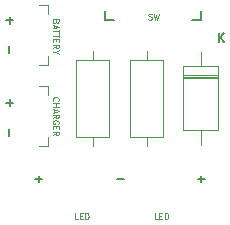
<source format=gbr>
%TF.GenerationSoftware,KiCad,Pcbnew,7.0.9*%
%TF.CreationDate,2025-02-23T20:23:03+01:00*%
%TF.ProjectId,filament-jar,66696c61-6d65-46e7-942d-6a61722e6b69,rev?*%
%TF.SameCoordinates,Original*%
%TF.FileFunction,Legend,Top*%
%TF.FilePolarity,Positive*%
%FSLAX46Y46*%
G04 Gerber Fmt 4.6, Leading zero omitted, Abs format (unit mm)*
G04 Created by KiCad (PCBNEW 7.0.9) date 2025-02-23 20:23:03*
%MOMM*%
%LPD*%
G01*
G04 APERTURE LIST*
%ADD10C,0.100000*%
%ADD11C,0.150000*%
%ADD12C,0.120000*%
G04 APERTURE END LIST*
D10*
X104562931Y-80324609D02*
X104324836Y-80324609D01*
X104324836Y-80324609D02*
X104324836Y-79824609D01*
X104729598Y-80062704D02*
X104896265Y-80062704D01*
X104967693Y-80324609D02*
X104729598Y-80324609D01*
X104729598Y-80324609D02*
X104729598Y-79824609D01*
X104729598Y-79824609D02*
X104967693Y-79824609D01*
X105181979Y-80324609D02*
X105181979Y-79824609D01*
X105181979Y-79824609D02*
X105301027Y-79824609D01*
X105301027Y-79824609D02*
X105372455Y-79848419D01*
X105372455Y-79848419D02*
X105420074Y-79896038D01*
X105420074Y-79896038D02*
X105443884Y-79943657D01*
X105443884Y-79943657D02*
X105467693Y-80038895D01*
X105467693Y-80038895D02*
X105467693Y-80110323D01*
X105467693Y-80110323D02*
X105443884Y-80205561D01*
X105443884Y-80205561D02*
X105420074Y-80253180D01*
X105420074Y-80253180D02*
X105372455Y-80300800D01*
X105372455Y-80300800D02*
X105301027Y-80324609D01*
X105301027Y-80324609D02*
X105181979Y-80324609D01*
X97831931Y-80324609D02*
X97593836Y-80324609D01*
X97593836Y-80324609D02*
X97593836Y-79824609D01*
X97998598Y-80062704D02*
X98165265Y-80062704D01*
X98236693Y-80324609D02*
X97998598Y-80324609D01*
X97998598Y-80324609D02*
X97998598Y-79824609D01*
X97998598Y-79824609D02*
X98236693Y-79824609D01*
X98450979Y-80324609D02*
X98450979Y-79824609D01*
X98450979Y-79824609D02*
X98570027Y-79824609D01*
X98570027Y-79824609D02*
X98641455Y-79848419D01*
X98641455Y-79848419D02*
X98689074Y-79896038D01*
X98689074Y-79896038D02*
X98712884Y-79943657D01*
X98712884Y-79943657D02*
X98736693Y-80038895D01*
X98736693Y-80038895D02*
X98736693Y-80110323D01*
X98736693Y-80110323D02*
X98712884Y-80205561D01*
X98712884Y-80205561D02*
X98689074Y-80253180D01*
X98689074Y-80253180D02*
X98641455Y-80300800D01*
X98641455Y-80300800D02*
X98570027Y-80324609D01*
X98570027Y-80324609D02*
X98450979Y-80324609D01*
X103793027Y-63409800D02*
X103864455Y-63433609D01*
X103864455Y-63433609D02*
X103983503Y-63433609D01*
X103983503Y-63433609D02*
X104031122Y-63409800D01*
X104031122Y-63409800D02*
X104054931Y-63385990D01*
X104054931Y-63385990D02*
X104078741Y-63338371D01*
X104078741Y-63338371D02*
X104078741Y-63290752D01*
X104078741Y-63290752D02*
X104054931Y-63243133D01*
X104054931Y-63243133D02*
X104031122Y-63219323D01*
X104031122Y-63219323D02*
X103983503Y-63195514D01*
X103983503Y-63195514D02*
X103888265Y-63171704D01*
X103888265Y-63171704D02*
X103840646Y-63147895D01*
X103840646Y-63147895D02*
X103816836Y-63124085D01*
X103816836Y-63124085D02*
X103793027Y-63076466D01*
X103793027Y-63076466D02*
X103793027Y-63028847D01*
X103793027Y-63028847D02*
X103816836Y-62981228D01*
X103816836Y-62981228D02*
X103840646Y-62957419D01*
X103840646Y-62957419D02*
X103888265Y-62933609D01*
X103888265Y-62933609D02*
X104007312Y-62933609D01*
X104007312Y-62933609D02*
X104078741Y-62957419D01*
X104245407Y-62933609D02*
X104364455Y-63433609D01*
X104364455Y-63433609D02*
X104459693Y-63076466D01*
X104459693Y-63076466D02*
X104554931Y-63433609D01*
X104554931Y-63433609D02*
X104673979Y-62933609D01*
X95745009Y-70320550D02*
X95721200Y-70296741D01*
X95721200Y-70296741D02*
X95697390Y-70225312D01*
X95697390Y-70225312D02*
X95697390Y-70177693D01*
X95697390Y-70177693D02*
X95721200Y-70106265D01*
X95721200Y-70106265D02*
X95768819Y-70058646D01*
X95768819Y-70058646D02*
X95816438Y-70034836D01*
X95816438Y-70034836D02*
X95911676Y-70011027D01*
X95911676Y-70011027D02*
X95983104Y-70011027D01*
X95983104Y-70011027D02*
X96078342Y-70034836D01*
X96078342Y-70034836D02*
X96125961Y-70058646D01*
X96125961Y-70058646D02*
X96173580Y-70106265D01*
X96173580Y-70106265D02*
X96197390Y-70177693D01*
X96197390Y-70177693D02*
X96197390Y-70225312D01*
X96197390Y-70225312D02*
X96173580Y-70296741D01*
X96173580Y-70296741D02*
X96149771Y-70320550D01*
X95697390Y-70534836D02*
X96197390Y-70534836D01*
X95959295Y-70534836D02*
X95959295Y-70820550D01*
X95697390Y-70820550D02*
X96197390Y-70820550D01*
X95840247Y-71034837D02*
X95840247Y-71272932D01*
X95697390Y-70987218D02*
X96197390Y-71153884D01*
X96197390Y-71153884D02*
X95697390Y-71320551D01*
X95697390Y-71772931D02*
X95935485Y-71606265D01*
X95697390Y-71487217D02*
X96197390Y-71487217D01*
X96197390Y-71487217D02*
X96197390Y-71677693D01*
X96197390Y-71677693D02*
X96173580Y-71725312D01*
X96173580Y-71725312D02*
X96149771Y-71749122D01*
X96149771Y-71749122D02*
X96102152Y-71772931D01*
X96102152Y-71772931D02*
X96030723Y-71772931D01*
X96030723Y-71772931D02*
X95983104Y-71749122D01*
X95983104Y-71749122D02*
X95959295Y-71725312D01*
X95959295Y-71725312D02*
X95935485Y-71677693D01*
X95935485Y-71677693D02*
X95935485Y-71487217D01*
X96173580Y-72249122D02*
X96197390Y-72201503D01*
X96197390Y-72201503D02*
X96197390Y-72130074D01*
X96197390Y-72130074D02*
X96173580Y-72058646D01*
X96173580Y-72058646D02*
X96125961Y-72011027D01*
X96125961Y-72011027D02*
X96078342Y-71987217D01*
X96078342Y-71987217D02*
X95983104Y-71963408D01*
X95983104Y-71963408D02*
X95911676Y-71963408D01*
X95911676Y-71963408D02*
X95816438Y-71987217D01*
X95816438Y-71987217D02*
X95768819Y-72011027D01*
X95768819Y-72011027D02*
X95721200Y-72058646D01*
X95721200Y-72058646D02*
X95697390Y-72130074D01*
X95697390Y-72130074D02*
X95697390Y-72177693D01*
X95697390Y-72177693D02*
X95721200Y-72249122D01*
X95721200Y-72249122D02*
X95745009Y-72272931D01*
X95745009Y-72272931D02*
X95911676Y-72272931D01*
X95911676Y-72272931D02*
X95911676Y-72177693D01*
X95959295Y-72487217D02*
X95959295Y-72653884D01*
X95697390Y-72725312D02*
X95697390Y-72487217D01*
X95697390Y-72487217D02*
X96197390Y-72487217D01*
X96197390Y-72487217D02*
X96197390Y-72725312D01*
X95697390Y-73225312D02*
X95935485Y-73058646D01*
X95697390Y-72939598D02*
X96197390Y-72939598D01*
X96197390Y-72939598D02*
X96197390Y-73130074D01*
X96197390Y-73130074D02*
X96173580Y-73177693D01*
X96173580Y-73177693D02*
X96149771Y-73201503D01*
X96149771Y-73201503D02*
X96102152Y-73225312D01*
X96102152Y-73225312D02*
X96030723Y-73225312D01*
X96030723Y-73225312D02*
X95983104Y-73201503D01*
X95983104Y-73201503D02*
X95959295Y-73177693D01*
X95959295Y-73177693D02*
X95935485Y-73130074D01*
X95935485Y-73130074D02*
X95935485Y-72939598D01*
X95959295Y-63597503D02*
X95935485Y-63668931D01*
X95935485Y-63668931D02*
X95911676Y-63692741D01*
X95911676Y-63692741D02*
X95864057Y-63716550D01*
X95864057Y-63716550D02*
X95792628Y-63716550D01*
X95792628Y-63716550D02*
X95745009Y-63692741D01*
X95745009Y-63692741D02*
X95721200Y-63668931D01*
X95721200Y-63668931D02*
X95697390Y-63621312D01*
X95697390Y-63621312D02*
X95697390Y-63430836D01*
X95697390Y-63430836D02*
X96197390Y-63430836D01*
X96197390Y-63430836D02*
X96197390Y-63597503D01*
X96197390Y-63597503D02*
X96173580Y-63645122D01*
X96173580Y-63645122D02*
X96149771Y-63668931D01*
X96149771Y-63668931D02*
X96102152Y-63692741D01*
X96102152Y-63692741D02*
X96054533Y-63692741D01*
X96054533Y-63692741D02*
X96006914Y-63668931D01*
X96006914Y-63668931D02*
X95983104Y-63645122D01*
X95983104Y-63645122D02*
X95959295Y-63597503D01*
X95959295Y-63597503D02*
X95959295Y-63430836D01*
X95840247Y-63907027D02*
X95840247Y-64145122D01*
X95697390Y-63859408D02*
X96197390Y-64026074D01*
X96197390Y-64026074D02*
X95697390Y-64192741D01*
X96197390Y-64287979D02*
X96197390Y-64573693D01*
X95697390Y-64430836D02*
X96197390Y-64430836D01*
X96197390Y-64668931D02*
X96197390Y-64954645D01*
X95697390Y-64811788D02*
X96197390Y-64811788D01*
X95959295Y-65121311D02*
X95959295Y-65287978D01*
X95697390Y-65359406D02*
X95697390Y-65121311D01*
X95697390Y-65121311D02*
X96197390Y-65121311D01*
X96197390Y-65121311D02*
X96197390Y-65359406D01*
X95697390Y-65859406D02*
X95935485Y-65692740D01*
X95697390Y-65573692D02*
X96197390Y-65573692D01*
X96197390Y-65573692D02*
X96197390Y-65764168D01*
X96197390Y-65764168D02*
X96173580Y-65811787D01*
X96173580Y-65811787D02*
X96149771Y-65835597D01*
X96149771Y-65835597D02*
X96102152Y-65859406D01*
X96102152Y-65859406D02*
X96030723Y-65859406D01*
X96030723Y-65859406D02*
X95983104Y-65835597D01*
X95983104Y-65835597D02*
X95959295Y-65811787D01*
X95959295Y-65811787D02*
X95935485Y-65764168D01*
X95935485Y-65764168D02*
X95935485Y-65573692D01*
X95935485Y-66168930D02*
X95697390Y-66168930D01*
X96197390Y-66002264D02*
X95935485Y-66168930D01*
X95935485Y-66168930D02*
X96197390Y-66335597D01*
D11*
X100076000Y-63500000D02*
X100838000Y-63500000D01*
D10*
X95250000Y-73406000D02*
X95250000Y-74168000D01*
D11*
X108204000Y-63500000D02*
X108204000Y-62738000D01*
D10*
X95250000Y-74168000D02*
X94488000Y-74168000D01*
X94488000Y-62230000D02*
X95250000Y-62230000D01*
X95250000Y-66548000D02*
X95250000Y-67310000D01*
D11*
X107442000Y-63500000D02*
X108204000Y-63500000D01*
X100076000Y-62738000D02*
X100076000Y-63500000D01*
D10*
X95250000Y-62230000D02*
X95250000Y-62992000D01*
X95250000Y-69088000D02*
X95250000Y-69850000D01*
X95250000Y-67310000D02*
X94488000Y-67310000D01*
X94488000Y-69088000D02*
X95250000Y-69088000D01*
D11*
X91768055Y-63495700D02*
X92339484Y-63495700D01*
X92053769Y-63781414D02*
X92053769Y-63209985D01*
X94206455Y-76932300D02*
X94777884Y-76932300D01*
X94492169Y-77218014D02*
X94492169Y-76646585D01*
X101115255Y-76932300D02*
X101686684Y-76932300D01*
X91994500Y-73255744D02*
X91994500Y-72684316D01*
X107973255Y-76932300D02*
X108544684Y-76932300D01*
X108258969Y-77218014D02*
X108258969Y-76646585D01*
X91994500Y-66270744D02*
X91994500Y-65699316D01*
X91768055Y-70480700D02*
X92339484Y-70480700D01*
X92053769Y-70766414D02*
X92053769Y-70194985D01*
X109785571Y-65363164D02*
X109785571Y-64613164D01*
X110214142Y-65363164D02*
X109892714Y-64934592D01*
X110214142Y-64613164D02*
X109785571Y-65041735D01*
D12*
%TO.C,REF\u002A\u002A*%
X99060000Y-74144000D02*
X99060000Y-73374000D01*
X97690000Y-73374000D02*
X100430000Y-73374000D01*
X100430000Y-73374000D02*
X100430000Y-66834000D01*
X97690000Y-66834000D02*
X97690000Y-73374000D01*
X100430000Y-66834000D02*
X97690000Y-66834000D01*
X99060000Y-66064000D02*
X99060000Y-66834000D01*
X108204000Y-66164000D02*
X108204000Y-67384000D01*
X109674000Y-67384000D02*
X106734000Y-67384000D01*
X106734000Y-67384000D02*
X106734000Y-72824000D01*
X109674000Y-68164000D02*
X106734000Y-68164000D01*
X109674000Y-68284000D02*
X106734000Y-68284000D01*
X109674000Y-68404000D02*
X106734000Y-68404000D01*
X109674000Y-72824000D02*
X109674000Y-67384000D01*
X106734000Y-72824000D02*
X109674000Y-72824000D01*
X108204000Y-74044000D02*
X108204000Y-72824000D01*
X103632000Y-74144000D02*
X103632000Y-73374000D01*
X102262000Y-73374000D02*
X105002000Y-73374000D01*
X105002000Y-73374000D02*
X105002000Y-66834000D01*
X102262000Y-66834000D02*
X102262000Y-73374000D01*
X105002000Y-66834000D02*
X102262000Y-66834000D01*
X103632000Y-66064000D02*
X103632000Y-66834000D01*
%TD*%
M02*

</source>
